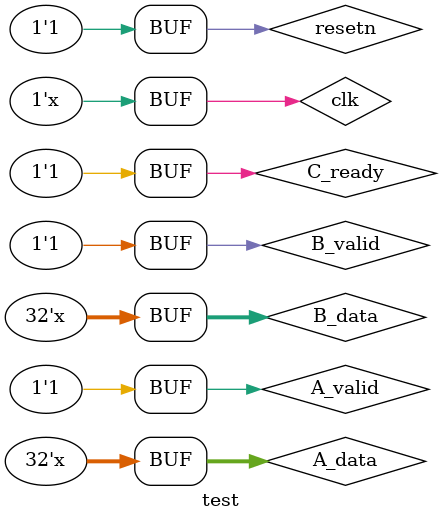
<source format=v>
module test();

reg clk;
reg resetn;
wire tlast;
initial begin
    clk = 0;
    resetn = 0;
    #20 resetn = 1;
end always begin
    #5 clk = ~clk;
end

reg [31:0] A_data;
reg A_valid;
wire A_ready;
initial begin
    A_data = 32'h00000000;
    A_valid = 1;
end always begin
    #10 A_data = A_data + 1;
end
    
reg [31:0] B_data;
reg B_valid;
wire B_ready;
initial begin
    B_data = 32'hF0001111;
    B_valid = 1;
end always begin
    #10 B_data = B_data + 1;
end
    
wire [31:0] C_data;
wire C_valid;
reg C_ready;
initial begin
    C_ready = 1;
    #100 C_ready = 0;
    #40 C_ready = 1;
    
end

FastCompositor FC0(
clk,
resetn,
A_data,
A_valid,
A_ready,
B_data,
B_valid,
B_ready,
C_data,
C_valid,
C_ready,
tlast);

endmodule
</source>
